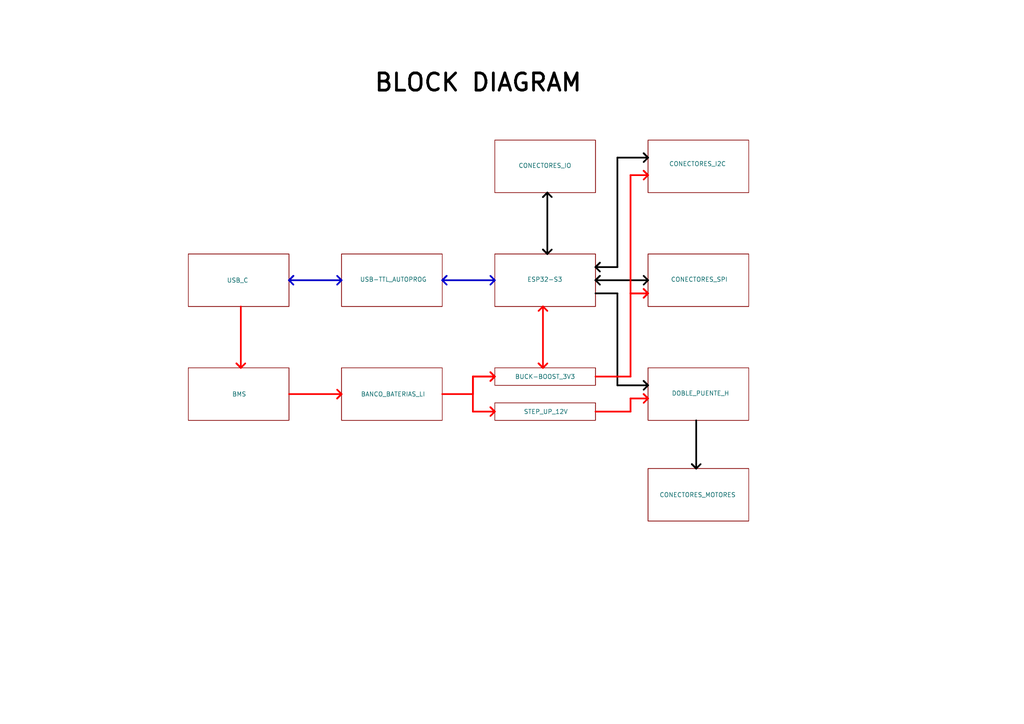
<source format=kicad_sch>
(kicad_sch
	(version 20231120)
	(generator "eeschema")
	(generator_version "8.0")
	(uuid "c3f8a173-1ebd-43af-bb37-628f45eac409")
	(paper "A4")
	(title_block
		(title "EDUCATIONAL_DEVELOPMENT_BOARD")
		(date "2024-05-13")
		(rev "0.1")
		(company "Designed by: ACOSTA")
	)
	(lib_symbols)
	(polyline
		(pts
			(xy 157.48 72.39) (xy 158.75 73.66)
		)
		(stroke
			(width 0.5)
			(type default)
			(color 0 0 0 1)
		)
		(uuid "06d63c79-16b5-43de-9f7c-f5373f827189")
	)
	(polyline
		(pts
			(xy 137.16 109.22) (xy 137.16 119.38)
		)
		(stroke
			(width 0.5)
			(type default)
			(color 255 0 0 1)
		)
		(uuid "09d8c19e-c74a-4bb7-accd-bec04d2b6940")
	)
	(polyline
		(pts
			(xy 142.24 118.11) (xy 143.51 119.38)
		)
		(stroke
			(width 0.5)
			(type default)
			(color 255 0 0 1)
		)
		(uuid "09e412fc-0960-4fb9-b6e2-b38c89775440")
	)
	(polyline
		(pts
			(xy 172.72 85.09) (xy 179.07 85.09)
		)
		(stroke
			(width 0.5)
			(type default)
			(color 0 0 0 1)
		)
		(uuid "1000322a-582a-40a2-b6eb-57dde63d76e7")
	)
	(polyline
		(pts
			(xy 142.24 110.49) (xy 143.51 109.22)
		)
		(stroke
			(width 0.5)
			(type default)
			(color 255 0 0 1)
		)
		(uuid "10f2d5a6-c94e-4bc6-9533-aa544a8c2d2b")
	)
	(polyline
		(pts
			(xy 128.27 81.28) (xy 143.51 81.28)
		)
		(stroke
			(width 0.5)
			(type default)
		)
		(uuid "12b7076b-4c7e-46e1-b204-8570f42213a1")
	)
	(polyline
		(pts
			(xy 83.82 81.28) (xy 85.09 80.01)
		)
		(stroke
			(width 0.5)
			(type default)
		)
		(uuid "15b4d74b-8878-46c8-9170-b523bd27f465")
	)
	(polyline
		(pts
			(xy 182.88 50.8) (xy 182.88 85.09)
		)
		(stroke
			(width 0.5)
			(type default)
			(color 255 0 0 1)
		)
		(uuid "1ebd1b08-fe69-4589-a6ff-455349cd1749")
	)
	(polyline
		(pts
			(xy 142.24 110.49) (xy 143.51 109.22)
		)
		(stroke
			(width 0.5)
			(type default)
			(color 255 0 0 1)
		)
		(uuid "2a0fb0b2-f4af-485a-8d25-d1e0e9520d7c")
	)
	(polyline
		(pts
			(xy 128.27 81.28) (xy 129.54 80.01)
		)
		(stroke
			(width 0.5)
			(type default)
		)
		(uuid "2ea6a147-95c3-43ad-ba5a-7db44b656015")
	)
	(polyline
		(pts
			(xy 201.93 121.92) (xy 201.93 134.62)
		)
		(stroke
			(width 0.5)
			(type default)
			(color 0 0 0 1)
		)
		(uuid "2ed7a33d-c040-4696-8337-f60b66e846c1")
	)
	(polyline
		(pts
			(xy 182.88 85.09) (xy 182.88 109.22)
		)
		(stroke
			(width 0.5)
			(type default)
			(color 255 0 0 1)
		)
		(uuid "3076f284-5a19-4e3b-8609-4bbe76a2defd")
	)
	(polyline
		(pts
			(xy 201.93 135.89) (xy 203.2 134.62)
		)
		(stroke
			(width 0.5)
			(type default)
			(color 0 0 0 1)
		)
		(uuid "30974f6f-df91-4278-ace1-77fe3dbc3937")
	)
	(polyline
		(pts
			(xy 172.72 119.38) (xy 182.88 119.38)
		)
		(stroke
			(width 0.5)
			(type default)
			(color 255 0 0 1)
		)
		(uuid "34751e96-8be0-4b8c-a869-16421c77e42d")
	)
	(polyline
		(pts
			(xy 68.58 105.41) (xy 69.85 106.68)
		)
		(stroke
			(width 0.5)
			(type default)
			(color 255 0 0 1)
		)
		(uuid "35226aa6-660b-4ab1-bd4c-6e14762bdc27")
	)
	(polyline
		(pts
			(xy 83.82 114.3) (xy 99.06 114.3)
		)
		(stroke
			(width 0.5)
			(type default)
			(color 255 0 0 1)
		)
		(uuid "35bb160a-7f01-465c-89d1-842aea2c73a7")
	)
	(polyline
		(pts
			(xy 179.07 85.09) (xy 179.07 111.76)
		)
		(stroke
			(width 0.5)
			(type default)
			(color 0 0 0 1)
		)
		(uuid "37fc8422-2539-48ac-9cce-36c45dac8b45")
	)
	(polyline
		(pts
			(xy 182.88 115.57) (xy 182.88 119.38)
		)
		(stroke
			(width 0.5)
			(type default)
			(color 255 0 0 1)
		)
		(uuid "3fa087c5-652f-4d20-8c19-e9ce9e952e7d")
	)
	(polyline
		(pts
			(xy 200.66 134.62) (xy 201.93 135.89)
		)
		(stroke
			(width 0.5)
			(type default)
			(color 0 0 0 1)
		)
		(uuid "41ef68cb-dc48-4675-a77f-c80079a4fa59")
	)
	(polyline
		(pts
			(xy 186.69 46.99) (xy 187.96 45.72)
		)
		(stroke
			(width 0.5)
			(type default)
			(color 0 0 0 1)
		)
		(uuid "46f863ab-07d5-4974-bc35-aab1460d3abd")
	)
	(polyline
		(pts
			(xy 137.16 109.22) (xy 143.51 109.22)
		)
		(stroke
			(width 0.5)
			(type default)
			(color 255 0 0 1)
		)
		(uuid "47e08894-0580-452c-945a-6fc66cae1659")
	)
	(polyline
		(pts
			(xy 142.24 107.95) (xy 143.51 109.22)
		)
		(stroke
			(width 0.5)
			(type default)
			(color 255 0 0 1)
		)
		(uuid "4b5504d1-9586-4a27-95af-3c21795ea36a")
	)
	(polyline
		(pts
			(xy 157.48 57.15) (xy 158.75 55.88)
		)
		(stroke
			(width 0.5)
			(type default)
			(color 0 0 0 1)
		)
		(uuid "5041d719-889e-407b-9f30-6b6086f9cb60")
	)
	(polyline
		(pts
			(xy 128.27 81.28) (xy 129.54 82.55)
		)
		(stroke
			(width 0.5)
			(type default)
		)
		(uuid "5154cfe7-4836-49fd-9931-ca990a8d8399")
	)
	(polyline
		(pts
			(xy 186.69 83.82) (xy 187.96 85.09)
		)
		(stroke
			(width 0.5)
			(type default)
			(color 255 0 0 1)
		)
		(uuid "51a71087-a0f7-4dc5-8835-3d14d33cc13b")
	)
	(polyline
		(pts
			(xy 172.72 81.28) (xy 173.99 80.01)
		)
		(stroke
			(width 0.5)
			(type default)
			(color 0 0 0 1)
		)
		(uuid "5575bc81-7201-4ccf-94c3-5a5294250acc")
	)
	(polyline
		(pts
			(xy 182.88 115.57) (xy 187.96 115.57)
		)
		(stroke
			(width 0.5)
			(type default)
			(color 255 0 0 1)
		)
		(uuid "55c6f7b1-3184-4c8b-88f8-ff3a7254cc3f")
	)
	(polyline
		(pts
			(xy 97.79 115.57) (xy 99.06 114.3)
		)
		(stroke
			(width 0.5)
			(type default)
			(color 255 0 0 1)
		)
		(uuid "56894194-19b5-4ea4-8f1c-17bb11512b09")
	)
	(polyline
		(pts
			(xy 187.96 81.28) (xy 186.69 82.55)
		)
		(stroke
			(width 0.5)
			(type default)
			(color 0 0 0 1)
		)
		(uuid "57e16736-6fc1-4a00-831b-7b2c62e4b79b")
	)
	(polyline
		(pts
			(xy 156.21 90.17) (xy 157.48 88.9)
		)
		(stroke
			(width 0.5)
			(type default)
			(color 255 0 0 1)
		)
		(uuid "5a9eba6b-c1c2-401c-8a9e-5ad51ba76392")
	)
	(polyline
		(pts
			(xy 172.72 81.28) (xy 187.96 81.28)
		)
		(stroke
			(width 0.5)
			(type default)
			(color 0 0 0 1)
		)
		(uuid "5b1760fd-64d9-4525-9f07-91926023a1ec")
	)
	(polyline
		(pts
			(xy 186.69 110.49) (xy 187.96 111.76)
		)
		(stroke
			(width 0.5)
			(type default)
			(color 0 0 0 1)
		)
		(uuid "5fa62285-0d0e-41ec-aba5-042b311e4d46")
	)
	(polyline
		(pts
			(xy 129.54 80.01) (xy 128.27 81.28)
		)
		(stroke
			(width 0.5)
			(type default)
		)
		(uuid "63124b05-eb52-4e5d-b9c6-e9b6a2babbbe")
	)
	(polyline
		(pts
			(xy 186.69 80.01) (xy 187.96 81.28)
		)
		(stroke
			(width 0.5)
			(type default)
			(color 0 0 0 1)
		)
		(uuid "66d6c9aa-1a17-4de8-82ec-1cc7fbbb3e34")
	)
	(polyline
		(pts
			(xy 172.72 77.47) (xy 173.99 76.2)
		)
		(stroke
			(width 0.5)
			(type default)
			(color 0 0 0 1)
		)
		(uuid "66f411a9-dd49-481a-8bd7-12b225cbece5")
	)
	(polyline
		(pts
			(xy 200.66 134.62) (xy 201.93 135.89)
		)
		(stroke
			(width 0.5)
			(type default)
			(color 0 0 0 1)
		)
		(uuid "688f3b0d-badd-4441-9ea0-f32780aeb666")
	)
	(polyline
		(pts
			(xy 97.79 113.03) (xy 99.06 114.3)
		)
		(stroke
			(width 0.5)
			(type default)
			(color 255 0 0 1)
		)
		(uuid "68d85111-be5e-47fd-bf45-5bfa076e7901")
	)
	(polyline
		(pts
			(xy 157.48 106.68) (xy 157.48 88.9)
		)
		(stroke
			(width 0.5)
			(type default)
			(color 255 0 0 1)
		)
		(uuid "6d386a28-e9fe-4c14-a017-1b9cee24135b")
	)
	(polyline
		(pts
			(xy 85.09 80.01) (xy 83.82 81.28)
		)
		(stroke
			(width 0.5)
			(type default)
		)
		(uuid "704343dd-8938-4e2e-84bf-43d70d596615")
	)
	(polyline
		(pts
			(xy 156.21 105.41) (xy 157.48 106.68)
		)
		(stroke
			(width 0.5)
			(type default)
			(color 255 0 0 1)
		)
		(uuid "7200cf45-511a-4682-8be1-98f84ac7d66d")
	)
	(polyline
		(pts
			(xy 157.48 106.68) (xy 156.21 105.41)
		)
		(stroke
			(width 0.5)
			(type default)
			(color 255 0 0 1)
		)
		(uuid "7da6bf0e-043a-4c9c-a321-178b1bef98a5")
	)
	(polyline
		(pts
			(xy 99.06 81.28) (xy 97.79 82.55)
		)
		(stroke
			(width 0.5)
			(type default)
		)
		(uuid "7dae14d9-226a-4b6d-9d71-c3f4458b1b6c")
	)
	(polyline
		(pts
			(xy 186.69 44.45) (xy 187.96 45.72)
		)
		(stroke
			(width 0.5)
			(type default)
			(color 0 0 0 1)
		)
		(uuid "8084efc0-cf42-4d7a-81a2-0def88fa97a7")
	)
	(polyline
		(pts
			(xy 137.16 119.38) (xy 143.51 119.38)
		)
		(stroke
			(width 0.5)
			(type default)
			(color 255 0 0 1)
		)
		(uuid "8352e55d-df31-472f-a62f-1abfc5a9937e")
	)
	(polyline
		(pts
			(xy 182.88 85.09) (xy 187.96 85.09)
		)
		(stroke
			(width 0.5)
			(type default)
			(color 255 0 0 1)
		)
		(uuid "885c915f-e002-4b9f-9bf6-5c16b74c8c21")
	)
	(polyline
		(pts
			(xy 186.69 86.36) (xy 187.96 85.09)
		)
		(stroke
			(width 0.5)
			(type default)
			(color 255 0 0 1)
		)
		(uuid "894b3995-4619-4ca1-ad81-037e8aa52b61")
	)
	(polyline
		(pts
			(xy 69.85 106.68) (xy 71.12 105.41)
		)
		(stroke
			(width 0.5)
			(type default)
			(color 255 0 0 1)
		)
		(uuid "8c2b3a59-133c-44e8-b6fb-4535f0663018")
	)
	(polyline
		(pts
			(xy 182.88 50.8) (xy 187.96 50.8)
		)
		(stroke
			(width 0.5)
			(type default)
			(color 255 0 0 1)
		)
		(uuid "8df59182-547f-429a-8b23-bb2082f51e9e")
	)
	(polyline
		(pts
			(xy 157.48 88.9) (xy 158.75 90.17)
		)
		(stroke
			(width 0.5)
			(type default)
			(color 255 0 0 1)
		)
		(uuid "8e88fe3c-cb9a-474f-a57c-a489a719c027")
	)
	(polyline
		(pts
			(xy 142.24 120.65) (xy 143.51 119.38)
		)
		(stroke
			(width 0.5)
			(type default)
			(color 255 0 0 1)
		)
		(uuid "9010a241-7d0a-4514-beb0-90ee50161803")
	)
	(polyline
		(pts
			(xy 69.85 88.9) (xy 69.85 106.68)
		)
		(stroke
			(width 0.5)
			(type default)
			(color 255 0 0 1)
		)
		(uuid "91f36e5c-f762-4035-bf03-62caaeb26466")
	)
	(polyline
		(pts
			(xy 186.69 44.45) (xy 187.96 45.72)
		)
		(stroke
			(width 0.5)
			(type default)
			(color 0 0 0 1)
		)
		(uuid "92da30d9-af2e-4b73-aa0e-b982ed405b11")
	)
	(polyline
		(pts
			(xy 157.48 57.15) (xy 158.75 55.88)
		)
		(stroke
			(width 0.5)
			(type default)
			(color 0 0 0 1)
		)
		(uuid "95005caf-8af4-44df-9a1b-ed0abbb579d3")
	)
	(polyline
		(pts
			(xy 186.69 86.36) (xy 187.96 85.09)
		)
		(stroke
			(width 0.5)
			(type default)
			(color 255 0 0 1)
		)
		(uuid "9634ee60-daf9-4d2b-84fe-11a4477c9002")
	)
	(polyline
		(pts
			(xy 97.79 80.01) (xy 99.06 81.28)
		)
		(stroke
			(width 0.5)
			(type default)
		)
		(uuid "9b12064b-8fdb-49b6-9370-c6bb3d29ca6e")
	)
	(polyline
		(pts
			(xy 186.69 49.53) (xy 187.96 50.8)
		)
		(stroke
			(width 0.5)
			(type default)
			(color 255 0 0 1)
		)
		(uuid "9cd1c9aa-72a6-40b0-96b1-c1a8c67e2198")
	)
	(polyline
		(pts
			(xy 128.27 114.3) (xy 137.16 114.3)
		)
		(stroke
			(width 0.5)
			(type default)
			(color 255 0 0 1)
		)
		(uuid "9f2c0aca-6502-4496-b0d6-9ec780c596c1")
	)
	(polyline
		(pts
			(xy 186.69 114.3) (xy 187.96 115.57)
		)
		(stroke
			(width 0.5)
			(type default)
			(color 255 0 0 1)
		)
		(uuid "a9ea43d9-6a91-4bc5-848b-af98085d70db")
	)
	(polyline
		(pts
			(xy 179.07 111.76) (xy 187.96 111.76)
		)
		(stroke
			(width 0.5)
			(type default)
			(color 0 0 0 1)
		)
		(uuid "ad5903ff-bbb5-48ed-bade-79d664d21f54")
	)
	(polyline
		(pts
			(xy 157.48 106.68) (xy 158.75 105.41)
		)
		(stroke
			(width 0.5)
			(type default)
			(color 255 0 0 1)
		)
		(uuid "b30e3916-ba0f-43eb-9d08-a6a9d6b6693c")
	)
	(polyline
		(pts
			(xy 201.93 134.62) (xy 201.93 135.89)
		)
		(stroke
			(width 0.5)
			(type default)
			(color 0 0 0 1)
		)
		(uuid "b529abc4-9ffa-42cc-a345-92c21613a93a")
	)
	(polyline
		(pts
			(xy 186.69 116.84) (xy 187.96 115.57)
		)
		(stroke
			(width 0.5)
			(type default)
			(color 255 0 0 1)
		)
		(uuid "b72599dd-9f92-4565-af66-77f99dacc469")
	)
	(polyline
		(pts
			(xy 172.72 81.28) (xy 173.99 82.55)
		)
		(stroke
			(width 0.5)
			(type default)
			(color 0 0 0 1)
		)
		(uuid "b9a1fe15-30f4-41c8-8213-0735fd86a0a2")
	)
	(polyline
		(pts
			(xy 143.51 81.28) (xy 142.24 82.55)
		)
		(stroke
			(width 0.5)
			(type default)
		)
		(uuid "bd402169-180a-49dc-99f3-d6456a9d6f0a")
	)
	(polyline
		(pts
			(xy 179.07 45.72) (xy 187.96 45.72)
		)
		(stroke
			(width 0.5)
			(type default)
			(color 0 0 0 1)
		)
		(uuid "bd620eb4-fd2f-4f29-9518-46883a27275f")
	)
	(polyline
		(pts
			(xy 137.16 109.22) (xy 137.16 114.3)
		)
		(stroke
			(width 0.5)
			(type default)
			(color 255 0 0 1)
		)
		(uuid "bdda7579-5c5d-46b8-9c5b-079d502db79e")
	)
	(polyline
		(pts
			(xy 186.69 49.53) (xy 187.96 50.8)
		)
		(stroke
			(width 0.5)
			(type default)
			(color 255 0 0 1)
		)
		(uuid "c1685831-e60d-489e-a53c-ed8d5690a385")
	)
	(polyline
		(pts
			(xy 137.16 109.22) (xy 143.51 109.22)
		)
		(stroke
			(width 0.5)
			(type default)
			(color 255 0 0 1)
		)
		(uuid "c6581a05-9c06-4006-8ec5-11ea25d00ea2")
	)
	(polyline
		(pts
			(xy 186.69 114.3) (xy 187.96 115.57)
		)
		(stroke
			(width 0.5)
			(type default)
			(color 255 0 0 1)
		)
		(uuid "c66def86-2894-4e11-849c-27d5b05f26ab")
	)
	(polyline
		(pts
			(xy 142.24 107.95) (xy 143.51 109.22)
		)
		(stroke
			(width 0.5)
			(type default)
			(color 255 0 0 1)
		)
		(uuid "c6a4c9c2-5b63-4102-a58c-2c5b2bf3d928")
	)
	(polyline
		(pts
			(xy 157.48 72.39) (xy 158.75 73.66)
		)
		(stroke
			(width 0.5)
			(type default)
			(color 0 0 0 1)
		)
		(uuid "c756f36b-f2a6-4596-9a06-37176d6abe68")
	)
	(polyline
		(pts
			(xy 160.02 72.39) (xy 158.75 73.66)
		)
		(stroke
			(width 0.5)
			(type default)
			(color 0 0 0 1)
		)
		(uuid "c7a938f5-3b66-4e50-8480-ea7d25a49d22")
	)
	(polyline
		(pts
			(xy 142.24 80.01) (xy 143.51 81.28)
		)
		(stroke
			(width 0.5)
			(type default)
		)
		(uuid "c7ad6d9d-d815-49ba-8012-2a774f6d9061")
	)
	(polyline
		(pts
			(xy 172.72 77.47) (xy 179.07 77.47)
		)
		(stroke
			(width 0.5)
			(type default)
			(color 0 0 0 1)
		)
		(uuid "cb78ceef-7750-4190-a464-517890584182")
	)
	(polyline
		(pts
			(xy 158.75 55.88) (xy 160.02 57.15)
		)
		(stroke
			(width 0.5)
			(type default)
			(color 0 0 0 1)
		)
		(uuid "cba88421-6978-4c07-a8ca-5bc8a85a232f")
	)
	(polyline
		(pts
			(xy 186.69 83.82) (xy 187.96 85.09)
		)
		(stroke
			(width 0.5)
			(type default)
			(color 255 0 0 1)
		)
		(uuid "cfb7c292-31dc-4165-bc2a-ab9f08891caa")
	)
	(polyline
		(pts
			(xy 173.99 76.2) (xy 172.72 77.47)
		)
		(stroke
			(width 0.5)
			(type default)
			(color 0 0 0 1)
		)
		(uuid "d08f6b9f-cbd1-446a-baed-cab318bd739a")
	)
	(polyline
		(pts
			(xy 172.72 109.22) (xy 182.88 109.22)
		)
		(stroke
			(width 0.5)
			(type default)
			(color 255 0 0 1)
		)
		(uuid "d2ce8f25-ff6e-4b79-aed1-c3d387214086")
	)
	(polyline
		(pts
			(xy 172.72 77.47) (xy 173.99 78.74)
		)
		(stroke
			(width 0.5)
			(type default)
			(color 0 0 0 1)
		)
		(uuid "dc35a369-455b-4697-84af-e9076f78cbf0")
	)
	(polyline
		(pts
			(xy 179.07 45.72) (xy 179.07 77.47)
		)
		(stroke
			(width 0.5)
			(type default)
			(color 0 0 0 1)
		)
		(uuid "de4e823d-e07b-4bbb-a437-1436c768f06f")
	)
	(polyline
		(pts
			(xy 83.82 81.28) (xy 99.06 81.28)
		)
		(stroke
			(width 0.5)
			(type default)
		)
		(uuid "e0dde34a-e4a2-453f-9ec5-eb8c4760687b")
	)
	(polyline
		(pts
			(xy 158.75 55.88) (xy 158.75 73.66)
		)
		(stroke
			(width 0.5)
			(type default)
			(color 0 0 0 1)
		)
		(uuid "e1ffc59d-07f4-4a06-8a27-7f7ae2cd58af")
	)
	(polyline
		(pts
			(xy 182.88 85.09) (xy 187.96 85.09)
		)
		(stroke
			(width 0.5)
			(type default)
			(color 255 0 0 1)
		)
		(uuid "e489ee61-6fd6-45ef-8c9d-8d3d5888f934")
	)
	(polyline
		(pts
			(xy 187.96 111.76) (xy 186.69 113.03)
		)
		(stroke
			(width 0.5)
			(type default)
			(color 0 0 0 1)
		)
		(uuid "e9217a63-d6f6-4547-9c32-b95ddf2bbe3b")
	)
	(polyline
		(pts
			(xy 186.69 110.49) (xy 187.96 111.76)
		)
		(stroke
			(width 0.5)
			(type default)
			(color 0 0 0 1)
		)
		(uuid "eb043ab0-3f61-4837-9d02-de949e9754cc")
	)
	(polyline
		(pts
			(xy 97.79 115.57) (xy 99.06 114.3)
		)
		(stroke
			(width 0.5)
			(type default)
			(color 255 0 0 1)
		)
		(uuid "ec51bbe1-9f4b-4d2e-bb45-6815bc602052")
	)
	(polyline
		(pts
			(xy 142.24 118.11) (xy 143.51 119.38)
		)
		(stroke
			(width 0.5)
			(type default)
			(color 255 0 0 1)
		)
		(uuid "eea1eef4-bc53-4357-afe6-f546e9d5ae0c")
	)
	(polyline
		(pts
			(xy 68.58 105.41) (xy 69.85 106.68)
		)
		(stroke
			(width 0.5)
			(type default)
			(color 255 0 0 1)
		)
		(uuid "f25d93b5-ef72-4d38-843d-a22cd4b62d20")
	)
	(polyline
		(pts
			(xy 186.69 52.07) (xy 187.96 50.8)
		)
		(stroke
			(width 0.5)
			(type default)
			(color 255 0 0 1)
		)
		(uuid "f72a2cdd-06af-4788-a7b1-117748e354ef")
	)
	(polyline
		(pts
			(xy 83.82 81.28) (xy 85.09 82.55)
		)
		(stroke
			(width 0.5)
			(type default)
		)
		(uuid "f9d5ec70-d136-420c-b493-ce024ab5b35d")
	)
	(polyline
		(pts
			(xy 173.99 80.01) (xy 172.72 81.28)
		)
		(stroke
			(width 0.5)
			(type default)
			(color 0 0 0 1)
		)
		(uuid "ff72164b-7b92-4f82-8ad9-85669d644413")
	)
	(text "BLOCK DIAGRAM"
		(exclude_from_sim no)
		(at 138.684 24.13 0)
		(effects
			(font
				(size 5 5)
				(thickness 0.8)
				(bold yes)
				(color 0 0 0 1)
			)
		)
		(uuid "ee2a1002-3a1a-4f99-81a0-a3f7dfa1597a")
	)
	(sheet
		(at 143.51 40.64)
		(size 29.21 15.24)
		(stroke
			(width 0.1524)
			(type solid)
		)
		(fill
			(color 0 0 0 0.0000)
		)
		(uuid "11a9f708-d108-4ee5-a369-69a20140d5ce")
		(property "Sheetname" "CONECTORES_IO"
			(at 150.368 48.768 0)
			(effects
				(font
					(size 1.27 1.27)
				)
				(justify left bottom)
			)
		)
		(property "Sheetfile" "CONECTORES_IO.kicad_sch"
			(at 143.51 56.4646 0)
			(effects
				(font
					(size 1.27 1.27)
				)
				(justify left top)
				(hide yes)
			)
		)
		(instances
			(project "EDUCATIONAL_DEVELOPMENT_BOARD"
				(path "/c3f8a173-1ebd-43af-bb37-628f45eac409"
					(page "12")
				)
			)
		)
	)
	(sheet
		(at 143.51 106.68)
		(size 29.21 5.08)
		(stroke
			(width 0.1524)
			(type solid)
		)
		(fill
			(color 0 0 0 0.0000)
		)
		(uuid "1de78a7e-3b0d-4178-b231-7ee26077c0c3")
		(property "Sheetname" "STEP_UP_12V"
			(at 151.892 120.142 0)
			(effects
				(font
					(size 1.27 1.27)
				)
				(justify left bottom)
			)
		)
		(property "Sheetfile" "STEP_UP_12V.kicad_sch"
			(at 143.51 112.3446 0)
			(effects
				(font
					(size 1.27 1.27)
				)
				(justify left top)
				(hide yes)
			)
		)
		(instances
			(project "EDUCATIONAL_DEVELOPMENT_BOARD"
				(path "/c3f8a173-1ebd-43af-bb37-628f45eac409"
					(page "8")
				)
			)
		)
	)
	(sheet
		(at 187.96 40.64)
		(size 29.21 15.24)
		(stroke
			(width 0.1524)
			(type solid)
		)
		(fill
			(color 0 0 0 0.0000)
		)
		(uuid "2ae060c8-1075-4536-8738-6abc6ba978e9")
		(property "Sheetname" "CONECTORES_I2C"
			(at 194.056 48.26 0)
			(effects
				(font
					(size 1.27 1.27)
				)
				(justify left bottom)
			)
		)
		(property "Sheetfile" "CONECTORES_I2C.kicad_sch"
			(at 187.96 56.4646 0)
			(effects
				(font
					(size 1.27 1.27)
				)
				(justify left top)
				(hide yes)
			)
		)
		(instances
			(project "EDUCATIONAL_DEVELOPMENT_BOARD"
				(path "/c3f8a173-1ebd-43af-bb37-628f45eac409"
					(page "10")
				)
			)
		)
	)
	(sheet
		(at 187.96 73.66)
		(size 29.21 15.24)
		(stroke
			(width 0.1524)
			(type solid)
		)
		(fill
			(color 0 0 0 0.0000)
		)
		(uuid "39cc93dd-2556-4b59-b0f9-e2699f0bd9d8")
		(property "Sheetname" "CONECTORES_SPI"
			(at 194.564 81.788 0)
			(effects
				(font
					(size 1.27 1.27)
				)
				(justify left bottom)
			)
		)
		(property "Sheetfile" "CONECTORES_SPI.kicad_sch"
			(at 187.96 89.4846 0)
			(effects
				(font
					(size 1.27 1.27)
				)
				(justify left top)
				(hide yes)
			)
		)
		(instances
			(project "EDUCATIONAL_DEVELOPMENT_BOARD"
				(path "/c3f8a173-1ebd-43af-bb37-628f45eac409"
					(page "11")
				)
			)
		)
	)
	(sheet
		(at 54.61 73.66)
		(size 29.21 15.24)
		(stroke
			(width 0.1524)
			(type solid)
		)
		(fill
			(color 0 0 0 0.0000)
		)
		(uuid "3d8dda53-63b3-414f-a6d0-c56acf4d6ee6")
		(property "Sheetname" "USB_C"
			(at 65.786 82.042 0)
			(effects
				(font
					(size 1.27 1.27)
				)
				(justify left bottom)
			)
		)
		(property "Sheetfile" "USB_C.kicad_sch"
			(at 54.61 89.4846 0)
			(effects
				(font
					(size 1.27 1.27)
				)
				(justify left top)
				(hide yes)
			)
		)
		(instances
			(project "EDUCATIONAL_DEVELOPMENT_BOARD"
				(path "/c3f8a173-1ebd-43af-bb37-628f45eac409"
					(page "2")
				)
			)
		)
	)
	(sheet
		(at 187.96 135.89)
		(size 29.21 15.24)
		(stroke
			(width 0.1524)
			(type solid)
		)
		(fill
			(color 0 0 0 0.0000)
		)
		(uuid "599f9426-7f31-40d5-a3e4-70fcfdc63880")
		(property "Sheetname" "CONECTORES_MOTORES"
			(at 191.262 144.272 0)
			(effects
				(font
					(size 1.27 1.27)
				)
				(justify left bottom)
			)
		)
		(property "Sheetfile" "CONECTORES_MOTORES.kicad_sch"
			(at 187.96 151.7146 0)
			(effects
				(font
					(size 1.27 1.27)
				)
				(justify left top)
				(hide yes)
			)
		)
		(instances
			(project "EDUCATIONAL_DEVELOPMENT_BOARD"
				(path "/c3f8a173-1ebd-43af-bb37-628f45eac409"
					(page "13")
				)
			)
		)
	)
	(sheet
		(at 187.96 106.68)
		(size 29.21 15.24)
		(stroke
			(width 0.1524)
			(type solid)
		)
		(fill
			(color 0 0 0 0.0000)
		)
		(uuid "6268b1d9-d24f-4b05-97a2-85baf038b258")
		(property "Sheetname" "DOBLE_PUENTE_H"
			(at 194.818 114.808 0)
			(effects
				(font
					(size 1.27 1.27)
				)
				(justify left bottom)
			)
		)
		(property "Sheetfile" "DOBLE_PUENTE_H.kicad_sch"
			(at 187.96 122.5046 0)
			(effects
				(font
					(size 1.27 1.27)
				)
				(justify left top)
				(hide yes)
			)
		)
		(instances
			(project "EDUCATIONAL_DEVELOPMENT_BOARD"
				(path "/c3f8a173-1ebd-43af-bb37-628f45eac409"
					(page "9")
				)
			)
		)
	)
	(sheet
		(at 99.06 73.66)
		(size 29.21 15.24)
		(stroke
			(width 0.1524)
			(type solid)
		)
		(fill
			(color 0 0 0 0.0000)
		)
		(uuid "b3716b29-b1d4-4aaa-b54d-a24e1738e2f1")
		(property "Sheetname" "USB-TTL_AUTOPROG"
			(at 104.394 81.788 0)
			(effects
				(font
					(size 1.27 1.27)
				)
				(justify left bottom)
			)
		)
		(property "Sheetfile" "USB-TTL_AUTOPROG.kicad_sch"
			(at 99.06 89.4846 0)
			(effects
				(font
					(size 1.27 1.27)
				)
				(justify left top)
				(hide yes)
			)
		)
		(instances
			(project "EDUCATIONAL_DEVELOPMENT_BOARD"
				(path "/c3f8a173-1ebd-43af-bb37-628f45eac409"
					(page "4")
				)
			)
		)
	)
	(sheet
		(at 143.51 116.84)
		(size 29.21 5.08)
		(stroke
			(width 0.1524)
			(type solid)
		)
		(fill
			(color 0 0 0 0.0000)
		)
		(uuid "bef30b52-21c6-41f1-9750-dfc40b29a302")
		(property "Sheetname" "BUCK-BOOST_3V3"
			(at 149.352 109.982 0)
			(effects
				(font
					(size 1.27 1.27)
				)
				(justify left bottom)
			)
		)
		(property "Sheetfile" "BUCK-BOOST_3V3.kicad_sch"
			(at 143.51 122.5046 0)
			(effects
				(font
					(size 1.27 1.27)
				)
				(justify left top)
				(hide yes)
			)
		)
		(instances
			(project "EDUCATIONAL_DEVELOPMENT_BOARD"
				(path "/c3f8a173-1ebd-43af-bb37-628f45eac409"
					(page "3")
				)
			)
		)
	)
	(sheet
		(at 143.51 73.66)
		(size 29.21 15.24)
		(stroke
			(width 0.1524)
			(type solid)
		)
		(fill
			(color 0 0 0 0.0000)
		)
		(uuid "e45011bf-b1e8-4c13-a846-a999f23456a4")
		(property "Sheetname" "ESP32-S3"
			(at 152.908 81.788 0)
			(effects
				(font
					(size 1.27 1.27)
				)
				(justify left bottom)
			)
		)
		(property "Sheetfile" "ESP32-S3.kicad_sch"
			(at 143.51 89.4846 0)
			(effects
				(font
					(size 1.27 1.27)
				)
				(justify left top)
				(hide yes)
			)
		)
		(instances
			(project "EDUCATIONAL_DEVELOPMENT_BOARD"
				(path "/c3f8a173-1ebd-43af-bb37-628f45eac409"
					(page "5")
				)
			)
		)
	)
	(sheet
		(at 99.06 106.68)
		(size 29.21 15.24)
		(stroke
			(width 0.1524)
			(type solid)
		)
		(fill
			(color 0 0 0 0.0000)
		)
		(uuid "e6744679-6625-401a-966e-e61649ff11a2")
		(property "Sheetname" "BANCO_BATERIAS_LI"
			(at 104.648 115.062 0)
			(effects
				(font
					(size 1.27 1.27)
				)
				(justify left bottom)
			)
		)
		(property "Sheetfile" "BANCO_BATERIAS_LI.kicad_sch"
			(at 99.06 122.5046 0)
			(effects
				(font
					(size 1.27 1.27)
				)
				(justify left top)
				(hide yes)
			)
		)
		(instances
			(project "EDUCATIONAL_DEVELOPMENT_BOARD"
				(path "/c3f8a173-1ebd-43af-bb37-628f45eac409"
					(page "6")
				)
			)
		)
	)
	(sheet
		(at 54.61 106.68)
		(size 29.21 15.24)
		(stroke
			(width 0.1524)
			(type solid)
		)
		(fill
			(color 0 0 0 0.0000)
		)
		(uuid "f37bfb56-5e2c-48ba-b4d1-dce75f182468")
		(property "Sheetname" "BMS"
			(at 67.31 115.062 0)
			(effects
				(font
					(size 1.27 1.27)
				)
				(justify left bottom)
			)
		)
		(property "Sheetfile" "BMS.kicad_sch"
			(at 54.61 122.5046 0)
			(effects
				(font
					(size 1.27 1.27)
				)
				(justify left top)
				(hide yes)
			)
		)
		(instances
			(project "EDUCATIONAL_DEVELOPMENT_BOARD"
				(path "/c3f8a173-1ebd-43af-bb37-628f45eac409"
					(page "7")
				)
			)
		)
	)
	(sheet_instances
		(path "/"
			(page "1")
		)
	)
)

</source>
